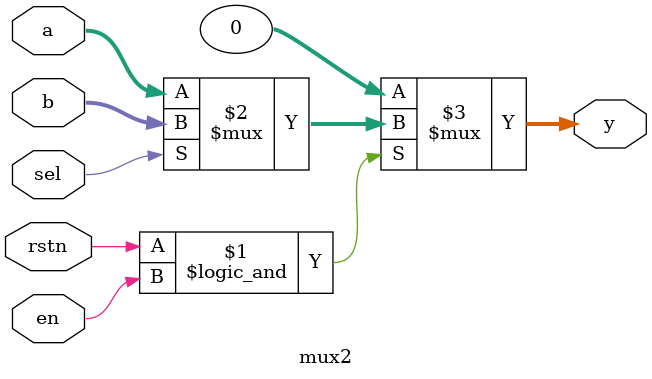
<source format=v>
module mux2
  #(parameter DATA_WIDTH = 32)
  (
    input rstn,
    input en,
    input sel,
    input [DATA_WIDTH - 1 : 0] a,
    input [DATA_WIDTH - 1 : 0] b,
    output [DATA_WIDTH - 1 : 0] y
  );

  assign y = (rstn && en) ? (sel ? b : a) : {DATA_WIDTH{1'b0}};

endmodule
</source>
